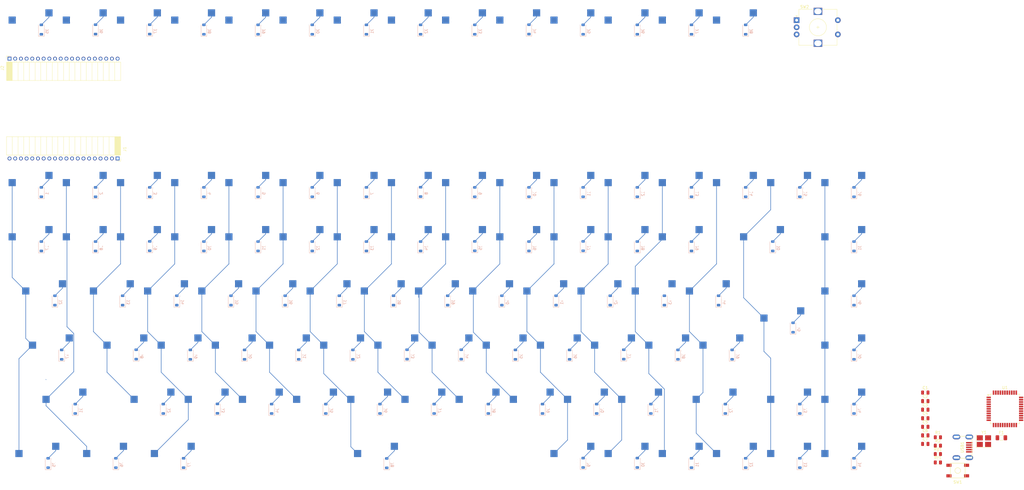
<source format=kicad_pcb>
(kicad_pcb (version 20240108) (generator "pcbnew") (generator_version "8.0")
  (layers (0 "F.Cu" signal) (31 "B.Cu" signal) (34 "B.Paste" user) (35 "F.Paste" user) (36 "B.SilkS" user "B.Silkscreen") (37 "F.SilkS" user "F.Silkscreen") (38 "B.Mask" user) (39 "F.Mask" user) (44 "Edge.Cuts" user))
  (net 0 "")
  (net 1 "GND")
  (net 2 "Net-(U1-UCAP)")
  (net 3 "+5V")
  (net 4 "Net-(U1-XTAL1)")
  (net 5 "Net-(U1-XTAL2)")
  (net 6 "Row 1")
  (net 7 "Net-(D1-A)")
  (net 8 "Net-(D2-A)")
  (net 9 "Net-(D3-A)")
  (net 10 "Net-(D4-A)")
  (net 11 "Net-(D5-A)")
  (net 12 "Net-(D6-A)")
  (net 13 "Net-(D7-A)")
  (net 14 "Net-(D8-A)")
  (net 15 "Net-(D9-A)")
  (net 16 "Net-(D10-A)")
  (net 17 "Net-(D11-A)")
  (net 18 "Net-(D12-A)")
  (net 19 "Net-(D13-A)")
  (net 20 "Net-(D14-A)")
  (net 21 "Net-(D15-A)")
  (net 22 "Net-(D16-A)")
  (net 23 "Row 2")
  (net 24 "Net-(D17-A)")
  (net 25 "Net-(D18-A)")
  (net 26 "Net-(D19-A)")
  (net 27 "Net-(D20-A)")
  (net 28 "Net-(D21-A)")
  (net 29 "Net-(D22-A)")
  (net 30 "Net-(D23-A)")
  (net 31 "Net-(D24-A)")
  (net 32 "Net-(D25-A)")
  (net 33 "Net-(D26-A)")
  (net 34 "Net-(D27-A)")
  (net 35 "Net-(D28-A)")
  (net 36 "Net-(D29-A)")
  (net 37 "Net-(D30-A)")
  (net 38 "Net-(D31-A)")
  (net 39 "Net-(D32-A)")
  (net 40 "Row 3")
  (net 41 "Net-(D33-A)")
  (net 42 "Net-(D34-A)")
  (net 43 "Net-(D35-A)")
  (net 44 "Net-(D36-A)")
  (net 45 "Net-(D37-A)")
  (net 46 "Net-(D38-A)")
  (net 47 "Net-(D39-A)")
  (net 48 "Net-(D40-A)")
  (net 49 "Net-(D41-A)")
  (net 50 "Net-(D42-A)")
  (net 51 "Net-(D43-A)")
  (net 52 "Net-(D44-A)")
  (net 53 "Net-(D45-A)")
  (net 54 "Net-(D46-A)")
  (net 55 "Row 4")
  (net 56 "Net-(D47-A)")
  (net 57 "Net-(D48-A)")
  (net 58 "Net-(D49-A)")
  (net 59 "Net-(D50-A)")
  (net 60 "Net-(D51-A)")
  (net 61 "Net-(D52-A)")
  (net 62 "Net-(D53-A)")
  (net 63 "Net-(D54-A)")
  (net 64 "Net-(D55-A)")
  (net 65 "Net-(D56-A)")
  (net 66 "Net-(D57-A)")
  (net 67 "Net-(D58-A)")
  (net 68 "Net-(D59-A)")
  (net 69 "Net-(D60-A)")
  (net 70 "Row 5")
  (net 71 "Net-(D61-A)")
  (net 72 "Net-(D62-A)")
  (net 73 "Net-(D63-A)")
  (net 74 "Net-(D64-A)")
  (net 75 "Net-(D65-A)")
  (net 76 "Net-(D66-A)")
  (net 77 "Net-(D67-A)")
  (net 78 "Net-(D68-A)")
  (net 79 "Net-(D69-A)")
  (net 80 "Net-(D70-A)")
  (net 81 "Net-(D71-A)")
  (net 82 "Net-(D72-A)")
  (net 83 "Net-(D73-A)")
  (net 84 "Net-(D74-A)")
  (net 85 "Row 6")
  (net 86 "Net-(D75-A)")
  (net 87 "Net-(D76-A)")
  (net 88 "Net-(D77-A)")
  (net 89 "Net-(D78-A)")
  (net 90 "Net-(D79-A)")
  (net 91 "Net-(D80-A)")
  (net 92 "Net-(D81-A)")
  (net 93 "Net-(D82-A)")
  (net 94 "Net-(D83-A)")
  (net 95 "Net-(D84-A)")
  (net 96 "Net-(D85-K)")
  (net 97 "Net-(D85-A)")
  (net 98 "Net-(D86-A)")
  (net 99 "Net-(D87-A)")
  (net 100 "Net-(D88-A)")
  (net 101 "Net-(D89-A)")
  (net 102 "Net-(D90-A)")
  (net 103 "Net-(D91-A)")
  (net 104 "Net-(D92-A)")
  (net 105 "Net-(D93-A)")
  (net 106 "Net-(D94-A)")
  (net 107 "Net-(D95-A)")
  (net 108 "Net-(D96-A)")
  (net 109 "Net-(D97-A)")
  (net 110 "Net-(D98-A)")
  (net 111 "VCC")
  (net 112 "Net-(J1-Pin_17)")
  (net 113 "Net-(J1-Pin_14)")
  (net 114 "RE A")
  (net 115 "RE S2")
  (net 116 "Col 7")
  (net 117 "Col 11")
  (net 118 "Col 9")
  (net 119 "Col 12")
  (net 120 "Net-(J1-Pin_19)")
  (net 121 "Col 2")
  (net 122 "Col 10")
  (net 123 "Col 4")
  (net 124 "RE S1")
  (net 125 "Row 0")
  (net 126 "RE C")
  (net 127 "Col 8")
  (net 128 "Col 13")
  (net 129 "RE B")
  (net 130 "Col 5")
  (net 131 "Net-(J2-Pin_3)")
  (net 132 "Net-(J2-Pin_18)")
  (net 133 "Net-(J2-Pin_10)")
  (net 134 "Net-(J2-Pin_12)")
  (net 135 "Net-(J2-Pin_17)")
  (net 136 "Net-(J2-Pin_5)")
  (net 137 "Net-(J2-Pin_20)")
  (net 138 "Net-(J2-Pin_16)")
  (net 139 "Net-(J2-Pin_6)")
  (net 140 "Net-(J2-Pin_19)")
  (net 141 "Net-(J1-Pin_20)")
  (net 142 "Net-(J2-Pin_13)")
  (net 143 "Net-(J2-Pin_1)")
  (net 144 "Net-(J2-Pin_2)")
  (net 145 "Net-(J2-Pin_4)")
  (net 146 "Net-(J2-Pin_11)")
  (net 147 "Net-(J2-Pin_9)")
  (net 148 "Net-(J2-Pin_15)")
  (net 149 "Col 14")
  (net 150 "Col 15")
  (net 151 "D+")
  (net 152 "Net-(U1-D+)")
  (net 153 "Net-(U1-D-)")
  (net 154 "D-")
  (net 155 "Net-(U1-~{HWB}{slash}PE2)")
  (net 156 "Net-(U1-~{RESET})")
  (net 185 "Net-(J2-Pin_8)")
  (net 186 "Net-(J2-Pin_7)")
  (footprint "MX_Only:MXOnly-1U-Hotswap" (layer "F.Cu") (at 257.175 104.775)
    (property "Reference" "MX12")
    (property "Value" "MX-NoLED")
  )
  (footprint "MX_Only:MXOnly-1U-Hotswap" (layer "F.Cu") (at 123.825 47.625)
    (property "Reference" "MX89")
    (property "Value" "MX-NoLED")
  )
  (footprint "MX_Only:MXOnly-1U-Hotswap" (layer "F.Cu") (at 238.125 123.825)
    (property "Reference" "MX27")
    (property "Value" "MX-NoLED")
  )
  (footprint "MX_Only:MXOnly-1U-Hotswap" (layer "F.Cu") (at 80.9625 161.925)
    (property "Reference" "MX48")
    (property "Value" "MX-NoLED")
  )
  (footprint "Package_QFP:TQFP-44_10x10mm_P0.8mm" (layer "F.Cu") (at 389.5875 181.775)
    (property "Reference" "U1")
    (property "Value" "ATmega32U4-A")
  )
  (footprint "MX_Only:MXOnly-1U-Hotswap" (layer "F.Cu") (at 47.625 47.625)
    (property "Reference" "MX85")
    (property "Value" "MX-NoLED")
  )
  (footprint "Resistor_SMD:R_0805_2012Metric" (layer "F.Cu") (at 366.0175 197.675)
    (property "Reference" "Rd1")
    (property "Value" "10kΩ")
  )
  (footprint "MX_Only:MXOnly-1U-Hotswap" (layer "F.Cu") (at 209.55 142.875)
    (property "Reference" "MX40")
    (property "Value" "MX-NoLED")
  )
  (footprint "MX_Only:MXOnly-1U-Hotswap" (layer "F.Cu") (at 104.775 104.775)
    (property "Reference" "MX4")
    (property "Value" "MX-NoLED")
  )
  (footprint "MX_Only:MXOnly-1U-Hotswap" (layer "F.Cu") (at 242.8875 180.975)
    (property "Reference" "MX70")
    (property "Value" "MX-NoLED")
  )
  (footprint "MX_Only:MXOnly-1U-Hotswap" (layer "F.Cu") (at 295.275 47.625)
    (property "Reference" "MX98")
    (property "Value" "MX-NoLED")
  )
  (footprint "MX_Only:MXOnly-1U-Hotswap" (layer "F.Cu") (at 66.675 47.625)
    (property "Reference" "MX86")
    (property "Value" "MX-NoLED")
  )
  (footprint "Capacitor_SMD:C_0805_2012Metric" (layer "F.Cu") (at 361.5875 188.095)
    (property "Reference" "C5")
    (property "Value" "0.1uF")
  )
  (footprint "MX_Only:MXOnly-1U-Hotswap" (layer "F.Cu") (at 176.2125 161.925)
    (property "Reference" "MX53")
    (property "Value" "MX-NoLED")
  )
  (footprint "MX_Only:MXOnly-1U-Hotswap" (layer "F.Cu") (at 157.1625 161.925)
    (property "Reference" "MX52")
    (property "Value" "MX-NoLED")
  )
  (footprint "MX_Only:MXOnly-1U-Hotswap" (layer "F.Cu") (at 200.025 104.775)
    (property "Reference" "MX9")
    (property "Value" "MX-NoLED")
  )
  (footprint "MX_Only:MXOnly-1U-Hotswap" (layer "F.Cu") (at 285.75 142.875)
    (property "Reference" "MX44")
    (property "Value" "MX-NoLED")
  )
  (footprint "MX_Only:MXOnly-1U-Hotswap" (layer "F.Cu") (at 133.35 142.875)
    (property "Reference" "MX36")
    (property "Value" "MX-NoLED")
  )
  (footprint "MX_Only:MXOnly-1U-Hotswap" (layer "F.Cu") (at 314.325 104.775)
    (property "Reference" "MX15")
    (property "Value" "MX-NoLED")
  )
  (footprint "Capacitor_SMD:C_0805_2012Metric" (layer "F.Cu") (at 361.5875 179.065)
    (property "Reference" "C2")
    (property "Value" "0.1uF")
  )
  (footprint "MX_Only:MXOnly-1U-Hotswap" (layer "F.Cu") (at 257.175 47.625)
    (property "Reference" "MX96")
    (property "Value" "MX-NoLED")
  )
  (footprint "MX_Only:MXOnly-1U-Hotswap" (layer "F.Cu") (at 228.6 142.875)
    (property "Reference" "MX41")
    (property "Value" "MX-NoLED")
  )
  (footprint "MX_Only:MXOnly-1U-Hotswap" (layer "F.Cu") (at 85.725 123.825)
    (property "Reference" "MX19")
    (property "Value" "MX-NoLED")
  )
  (footprint "MX_Only:MXOnly-1.25U-Hotswap" (layer "F.Cu") (at 50.00625 200.025)
    (property "Reference" "MX75")
    (property "Value" "MX-NoLED")
  )
  (footprint "MX_Only:MXOnly-1U-Hotswap" (layer "F.Cu") (at 161.925 123.825)
    (property "Reference" "MX23")
    (property "Value" "MX-NoLED")
  )
  (footprint "MX_Only:MXOnly-1U-Hotswap" (layer "F.Cu") (at 190.5 142.875)
    (property "Reference" "MX39")
    (property "Value" "MX-NoLED")
  )
  (footprint "MX_Only:MXOnly-1U-Hotswap" (layer "F.Cu") (at 142.875 123.825)
    (property "Reference" "MX22")
    (property "Value" "MX-NoLED")
  )
  (footprint "MX_Only:MXOnly-1U-Hotswap" (layer "F.Cu") (at 276.225 123.825)
    (property "Reference" "MX29")
    (property "Value" "MX-NoLED")
  )
  (footprint "MX_Only:MXOnly-1U-Hotswap" (layer "F.Cu") (at 100.0125 161.925)
    (property "Reference" "MX49")
    (property "Value" "MX-NoLED")
  )
  (footprint "MX_Only:MXOnly-1.25U-Hotswap" (layer "F.Cu") (at 97.63125 200.025)
    (property "Reference" "MX77")
    (property "Value" "MX-NoLED")
  )
  (footprint "MX_Only:MXOnly-1U-Hotswap" (layer "F.Cu") (at 114.3 142.875)
    (property "Reference" "MX35")
    (property "Value" "MX-NoLED")
  )
  (footprint "MX_Only:MXOnly-1U-Hotswap" (layer "F.Cu") (at 66.675 104.775)
    (property "Reference" "MX2")
    (property "Value" "MX-NoLED")
  )
  (footprint "MX_Only:MXOnly-1U-Hotswap" (layer "F.Cu") (at 247.65 142.875)
    (property "Reference" "MX42")
    (property "Value" "MX-NoLED")
  )
  (footprint "Fuse:Fuse_1206_3216Metric" (layer "F.Cu") (at 388.3475 191.945)
    (property "Reference" "F1")
    (property "Value" "500mA")
  )
  (footprint "MX_Only:MXOnly-1U-Hotswap" (layer "F.Cu") (at 219.075 123.825)
    (property "Reference" "MX26")
    (property "Value" "MX-NoLED")
  )
  (footprint "MX_Only:MXOnly-1U-Hotswap" (layer "F.Cu") (at 128.5875 180.975)
    (property "Reference" "MX64")
    (property "Value" "MX-NoLED")
  )
  (footprint "Capacitor_SMD:C_0805_2012Metric" (layer "F.Cu") (at 361.5875 194.115)
    (property "Reference" "C7")
    (property "Value" "22pF")
  )
  (footprint "MX_Only:MXOnly-1U-Hotswap" (layer "F.Cu") (at 85.725 104.775)
    (property "Reference" "MX3")
    (property "Value" "MX-NoLED")
  )
  (footprint "MX_Only:MXOnly-1U-Hotswap" (layer "F.Cu") (at 214.3125 161.925)
    (property "Reference" "MX55")
    (property "Value" "MX-NoLED")
  )
  (footprint "MX_Only:MXOnly-1U-Hotswap" (layer "F.Cu") (at 204.7875 180.975)
    (property "Reference" "MX68")
    (property "Value" "MX-NoLED")
  )
  (footprint "Resistor_SMD:R_0805_2012Metric" (layer "F.Cu") (at 366.0175 200.625)
    (property "Reference" "Rr1")
    (property "Value" "10kΩ")
  )
  (footprint "MX_Only:MXOnly-1U-Hotswap" (layer "F.Cu") (at 180.975 104.775)
    (property "Reference" "MX8")
    (property "Value" "MX-NoLED")
  )
  (footprint "MX_Only:MXOnly-1U-Hotswap" (layer "F.Cu") (at 142.875 104.775)
    (property "Reference" "MX6")
    (property "Value" "MX-NoLED")
  )
  (footprint "MX_Only:MXOnly-1U-Hotswap" (layer "F.Cu") (at 123.825 123.825)
    (property "Reference" "MX21")
    (property "Value" "MX-NoLED")
  )
  (footprint "MX_Only:MXOnly-1U-Hotswap" (layer "F.Cu") (at 219.075 104.775)
    (property "Reference" "MX10")
    (property "Value" "MX-NoLED")
  )
  (footprint "MX_Only:MXOnly-1U-Hotswap" (layer "F.Cu") (at 276.225 200.025)
    (property "Reference" "MX81")
    (property "Value" "MX-NoLED")
  )
  (footprint "MX_Only:MXOnly-1U-Hotswap" (layer "F.Cu") (at 257.175 200.025)
    (property "Reference" "MX80")
    (property "Value" "MX-NoLED")
  )
  (footprint "MX_Only:MXOnly-1U-Hotswap" (layer "F.Cu") (at 195.2625 161.925)
    (property "Reference" "MX54")
    (property "Value" "MX-NoLED")
  )
  (footprint "random-keyboard-parts:SKQG-1155865" (layer "F.Cu") (at 372.9975 203.475)
    (property "Reference" "SW1")
    (property "Value" "SW_Push")
  )
  (footprint "MX_Only:MXOnly-1U-Hotswap" (layer "F.Cu") (at 138.1125 161.925)
    (property "Reference" "MX51")
    (property "Value" "MX-NoLED")
  )
  (footprint "MX_Only:MXOnly-1.75U-Hotswap" (layer "F.Cu") (at 54.76875 161.925)
    (property "Reference" "MX47")
    (property "Value" "MX-NoLED")
  )
  (footprint "MX_Only:MXOnly-1U-Hotswap" (layer "F.Cu") (at 180.975 47.625)
    (property "Reference" "MX92")
    (property "Value" "MX-NoLED")
  )
  (footprint "MX_Only:MXOnly-1U-Hotswap" (layer "F.Cu") (at 333.375 161.925)
    (property "Reference" "MX60")
    (property "Value" "MX-NoLED")
  )
  (footprint "MX_Only:MXOnly-1.25U-Hotswap" (layer "F.Cu") (at 73.81875 200.025)
    (property "Reference" "MX76")
    (property "Value" "MX-NoLED")
  )
  (footprint "MX_Only:MXOnly-1U-Hotswap" (layer "F.Cu") (at 95.25 142.875)
    (property "Reference" "MX34")
    (property "Value" "MX-NoLED")
  )
  (footprint "MX_Only:MXOnly-1.5U-Hotswap" (layer "F.Cu") (at 52.3875 142.875)
    (property "Reference" "MX32")
    (property "Value" "MX-NoLED")
  )
  (footprint "MX_Only:MXOnly-1U-Hotswap" (layer "F.Cu") (at 76.2 142.875)
    (property "Reference" "MX33")
    (property "Value" "MX-NoLED")
  )
  (footprint "Resistor_SMD:R_0805_2012Metric" (layer "F.Cu") (at 366.0175 194.725)
    (property "Reference" "R2")
    (property "Value" "22Ω")
  )
  (footprint "MX_Only:MXOnly-1U-Hotswap" (layer "F.Cu") (at 219.075 47.625)
    (property "Reference" "MX94")
    (property "Value" "MX-NoLED")
  )
  (footprint "MX_Only:MXOnly-1U-Hotswap" (layer "F.Cu") (at 271.4625 161.925)
    (property "Reference" "MX58")
    (property "Value" "MX-NoLED")
  )
  (footprint "MX_Only:MXOnly-1U-Hotswap" (layer "F.Cu") (at 295.275 104.775)
    (property "Reference" "MX14")
    (property "Value" "MX-NoLED")
  )
  (footprint "MX_Only:MXOnly-1U-Hotswap" (layer "F.Cu") (at 252.4125 161.925)
    (property "Reference" "MX57")
    (property "Value" "MX-NoLED")
  )
  (footprint "MX_Only:MXOnly-1U-Hotswap" (layer "F.Cu") (at 314.325 200.025)
    (property "Reference" "MX83")
    (property "Value" "MX-NoLED")
  )
  (footprint "MX_Only:MXOnly-1U-Hotswap" (layer "F.Cu") (at 152.4 142.875)
    (property "Reference" "MX37")
    (property "Value" "MX-NoLED")
  )
  (footprint "MX_Only:MXOnly-1U-Hotswap" (layer "F.Cu") (at 66.675 123.825)
    (property "Reference" "MX18")
    (property "Value" "MX-NoLED")
  )
  (footprint "MX_Only:MXOnly-1U-Hotswap" (layer "F.Cu") (at 233.3625 161.925)
    (property "Reference" "MX56")
    (property "Value" "MX-NoLED")
  )
  (footprint "MX_Only:MXOnly-1U-Hotswap" (layer "F.Cu") (at 109.5375 180.975)
    (property "Reference" "MX63")
    (property "Value" "MX-NoLED")
  )
  (footprint "MX_Only:MXOnly-1U-Hotswap" (layer "F.Cu") (at 147.6375 180.975)
    (property "Reference" "MX65")
    (property "Value" "MX-NoLED")
  )
  (footprint "MX_Only:MXOnly-1U-Hotswap" (layer "F.Cu") (at 161.925 104.775)
    (property "Reference" "MX7")
    (property "Value" "MX-NoLED")
  )
  (footprint "Rotary_Encoder:RotaryEncoder_Alps_EC12E-Switch_Vertical_H20mm" (layer "F.Cu") (at 316.35 45.125)
    (property "Reference" "SW2")
    (property "Value" "RotaryEncoder_Switch")
  )
  (footprint "MX_Only:MXOnly-1U-Hotswap" (layer "F.Cu") (at 333.375 200.025)
    (property "Reference" "MX84")
    (property "Value" "MX-NoLED")
  )
  (footprint "MX_Only:MXOnly-1U-Hotswap" (layer "F.Cu") (at 200.025 47.625)
    (property "Reference" "MX93")
    (property "Value" "MX-NoLED")
  )
  (footprint "MX_Only:MXOnly-1U-Hotswap" (layer "F.Cu") (at 276.225 104.775)
    (property "Reference" "MX13")
    (property "Value" "MX-NoLED")
  )
  (footprint "MX_Only:MXOnly-1U-Hotswap" (layer "F.Cu") (at 295.275 200.025)
    (property "Reference" "MX82")
    (property "Value" "MX-NoLED")
  )
  (footprint "Capacitor_SMD:C_0805_2012Metric" (layer "F.Cu") (at 361.5875 176.055)
    (property "Reference" "C1")
    (property "Value" "1uF")
  )
  (footprint "Capacitor_SMD:C_0805_2012Metric" (layer "F.Cu") (at 361.5875 185.085)
    (property "Reference" "C4")
    (property "Value" "1.0uF")
  )
  (footprint "MX_Only:MXOnly-1U-Hotswap" (layer "F.Cu") (at 238.125 104.775)
    (property "Reference" "MX11")
    (property "Value" "MX-NoLED")
  )
  (footprint "MX_Only:MXOnly-1U-Hotswap" (layer "F.Cu") (at 90.4875 180.975)
    (property "Reference" "MX62")
    (property "Value" "MX-NoLED")
  )
  (footprint "MX_Only:MXOnly-ISO-Hotswap" (layer "F.Cu") (at 311.94375 152.4)
    (property "Reference" "MX45")
    (property "Value" "MX-NoLED")
  )
  (footprint "MX_Only:MXOnly-1U-Hotswap" (layer "F.Cu") (at 333.375 104.775)
    (property "Reference" "MX16")
    (property "Value" "MX-NoLED")
  )
  (footprint "MX_Only:MXOnly-1U-Hotswap" (layer "F.Cu") (at 261.9375 180.975)
    (property "Reference" "MX71")
    (property "Value" "MX-NoLED")
  )
  (footprint "MX_Only:MXOnly-1U-Hotswap" (layer "F.Cu") (at 123.825 104.775)
    (property "Reference" "MX5")
    (property "Value" "MX-NoLED")
  )
  (footprint "MX_Only:MXOnly-6.25U-Hotswap" (layer "F.Cu") (at 169.06875 200.025)
    (property "Reference" "MX78")
    (property "Value" "MX-NoLED")
  )
  (footprint "MX_Only:MXOnly-1U-Hotswap" (layer "F.Cu") (at 104.775 123.825)
    (property "Reference" "MX20")
    (property "Value" "MX-NoLED")
  )
  (footprint "MX_Only:MXOnly-1U-Hotswap" (layer "F.Cu") (at 104.775 47.625)
    (property "Reference" "MX88")
    (property "Value" "MX-NoLED")
  )
  (footprint "MX_Only:MXOnly-1U-Hotswap" (layer "F.Cu") (at 223.8375 180.975)
    (property "Reference" "MX69")
    (property "Value" "MX-NoLED")
  )
  (footprint "MX_Only:MXOnly-1U-Hotswap" (layer "F.Cu") (at 257.175 123.825)
    (property "Reference" "MX28")
    (property "Value" "MX-NoLED")
  )
  (footprint "MX_Only:MXOnly-1U-Hotswap" (layer "F.Cu") (at 185.7375 180.975)
    (property "Reference" "MX67")
    (property "Value" "MX-NoLED")
  )
  (footprint "MX_Only:MXOnly-1U-Hotswap" (layer "F.Cu") (at 180.975 123.825)
    (property "Reference" "MX24")
    (property "Value" "MX-NoLED")
  )
  (footprint "MX_Only:MXOnly-1U-Hotswap" (layer "F.Cu") (at 333.375 123.825)
    (property "Reference" "MX31")
    (property "Value" "MX-NoLED")
  )
  (footprint "MX_Only:MXOnly-1U-Hotswap" (layer "F.Cu") (at 166.6875 180.975)
    (property "Reference" "MX66")
    (property "Value" "MX-NoLED")
  )
  (footprint "MX_Only:MXOnly-1U-Hotswap" (layer "F.Cu") (at 47.625 123.825)
    (property "Reference" "MX17")
    (property "Value" "MX-NoLED")
  )
  (footprint "MX_Only:MXOnly-1U-Hotswap" (layer "F.Cu") (at 314.325 180.975)
    (property "Reference" "MX73")
    (property "Value" "MX-NoLED")
  )
  (footprint "Connector_PinSocket_2.00mm:PinSocket_1x20_P2.00mm_Horizontal" (layer "F.Cu") (at 77.6 93.75 -90)
    (property "Reference" "J1")
    (property "Value" "Conn_01x20")
  )
  (footprint "Capacitor_SMD:C_0805_2012Metric" (layer "F.Cu") (at 361.5875 191.105)
    (property "Reference" "C6")
    (property "Value" "22pF")
  )
  (footprint "MX_Only:MXOnly-1.75U-Hotswap" (layer "F.Cu") (at 288.13125 180.975)
    (property "Reference" "MX72")
    (property "Value" "MX-NoLED")
  )
  (footprint "MX_Only:MXOnly-1U-Hotswap" (layer "F.Cu") (at 200.025 123.825)
    (property "Reference" "MX25")
    (property "Value" "MX-NoLED")
  )
  (footprint "Crystal:Crystal_SMD_3225-4Pin_3.2x2.5mm_HandSoldering" (layer "F.Cu") (at 382.2175 193.125)
    (property "Reference" "Y1")
    (property "Value" "16MHz")
  )
  (footprint "MX_Only:MXOnly-1U-Hotswap" (layer "F.Cu") (at 85.725 47.625)
    (property "Reference" "MX87")
    (property "Value" "MX-NoLED")
  )
  (footprint "MX_Only:MXOnly-1U-Hotswap" (layer "F.Cu") (at 161.925 47.625)
    (property "Reference" "MX91")
    (property "Value" "MX-NoLED")
  )
  (footprint "MX_Only:MXOnly-1U-Hotswap" (layer "F.Cu") (at 238.125 47.625)
    (property "Reference" "MX95")
    (property "Value" "MX-NoLED")
  )
  (footprint "MX_Only:MXOnly-1U-Hotswap" (layer "F.Cu") (at 119.0625 161.925)
    (property "Reference" "MX50")
    (property "Value" "MX-NoLED")
  )
  (footprint "MX_Only:MXOnly-1U-Hotswap" (layer "F.Cu") (at 333.375 142.875)
    (property "Reference" "MX46")
    (property "Value" "MX-NoLED")
  )
  (footprint "MX_Only:MXOnly-1U-Hotswap" (layer "F.Cu") (at 171.45 142.875)
    (property "Reference" "MX38")
    (property "Value" "MX-NoLED")
  )
  (footprint "MX_Only:MXOnly-1U-Hotswap" (layer "F.Cu") (at 276.225 47.625)
    (property "Reference" "MX97")
    (property "Value" "MX-NoLED")
  )
  (footprint "Resistor_SMD:R_0805_2012Metric" (layer "F.Cu") (at 366.0175 191.775)
    (property "Reference" "R1")
    (property "Value" "22Ω")
  )
  (footprint "Capacitor_SMD:C_0805_2012Metric" (layer "F.Cu") (at 361.5875 182.075)
    (property "Reference" "C3")
    (property "Value" "0.1uF")
  )
  (footprint "MX_Only:MXOnly-1U-Hotswap" (layer "F.Cu") (at 142.875 47.625)
    (property "Reference" "MX90")
    (property "Value" "MX-NoLED")
  )
  (footprint "MX_Only:MXOnly-1U-Hotswap" (layer "F.Cu") (at 266.7 142.875)
    (property "Reference" "MX43")
    (property "Value" "MX-NoLED")
  )
  (footprint "MX_Only:MXOnly-1U-Hotswap" (layer "F.Cu") (at 290.5125 161.925)
    (property "Reference" "MX59")
    (property "Value" "MX-NoLED")
  )
  (footprint "MX_Only:MXOnly-1U-Hotswap" (layer "F.Cu") (at 238.125 200.025)
    (property "Reference" "MX79")
    (property "Value" "MX-NoLED")
  )
  (footprint "MX_Only:MXOnly-1U-Hotswap" (layer "F.Cu") (at 47.625 104.775)
    (property "Reference" "MX1")
    (property "Value" "MX-NoLED")
  )
  (footprint "Connector_PinSocket_2.00mm:PinSocket_1x20_P2.00mm_Horizontal" (layer "F.Cu") (at 39.6 58.65 90)
    (property "Reference" "J2")
    (property "Value" "Conn_01x20")
  )
  (footprint "MX_Only:MXOnly-2.25U-Hotswap" (layer "F.Cu") (at 59.53125 180.975)
    (property "Reference" "MX61")
    (property "Value" "MX-NoLED")
  )
  (footprint "MX_Only:MXOnly-2U-Hotswap" (layer "F.Cu") (at 304.8 123.825)
    (property "Reference" "MX30")
    (property "Value" "MX-NoLED")
  )
  (footprint "MX_Only:MXOnly-1U-Hotswap" (layer "F.Cu") (at 333.375 180.975)
    (property "Reference" "MX74")
    (property "Value" "MX-NoLED")
  )
  (footprint "random-keyboard-parts:Molex-0548190589" (layer "F.Cu") (at 372.5475 195.3)
    (property "Reference" "USB1")
    (property "Value" "Molex-0548190589")
  )
  (footprint "Diode_SMD:D_SOD-123" (layer "B.Cu") (at 55.559 143.6597 90)
    (property "Reference" "D32")
    (property "Value" "D_Small")
  )
  (footprint "Diode_SMD:D_SOD-123" (layer "B.Cu") (at 107.9432 48.4157 90)
    (property "Reference" "D88")
    (property "Value" "D_Small")
  )
  (footprint "Diode_SMD:D_SOD-123" (layer "B.Cu") (at 165.0896 124.6109 90)
    (property "Reference" "D23")
    (property "Value" "D_Small")
  )
  (footprint "Diode_SMD:D_SOD-123" (layer "B.Cu") (at 93.6566 181.7573 90)
    (property "Reference" "D62")
    (property "Value" "D_Small")
  )
  (footprint "Diode_SMD:D_SOD-123" (layer "B.Cu") (at 122.2298 162.7085 90)
    (property "Reference" "D50")
    (property "Value" "D_Small")
  )
  (footprint "Diode_SMD:D_SOD-123" (layer "B.Cu") (at 265.0958 181.7573 90)
    (property "Reference" "D71")
    (property "Value" "D_Small")
  )
  (footprint "Diode_SMD:D_SOD-123" (layer "B.Cu") (at 146.0408 48.4157 90)
    (property "Reference" "D90")
    (property "Value" "D_Small")
  )
  (footprint "Diode_SMD:D_SOD-123" (layer "B.Cu") (at 203.1872 124.5483 90)
    (property "Reference" "D25")
    (property "Value" "D_Small")
  )
  (footprint "Diode_SMD:D_SOD-123" (layer "B.Cu") (at 131.7542 181.7573 90)
    (property "Reference" "D64")
    (property "Value" "D_Small")
  )
  (footprint "Diode_SMD:D_SOD-123" (layer "B.Cu") (at 241.2848 48.4157 90)
    (property "Reference" "D95")
    (property "Value" "D_Small")
  )
  (footprint "Diode_SMD:D_SOD-123" (layer "B.Cu") (at 231.7604 143.6597 90)
    (property "Reference" "D41")
    (property "Value" "D_Small")
  )
  (footprint "Diode_SMD:D_SOD-123" (layer "B.Cu") (at 203.1872 48.4157 90)
    (property "Reference" "D93")
    (property "Value" "D_Small")
  )
  (footprint "Diode_SMD:D_SOD-123" (layer "B.Cu") (at 255.5714 162.6459 90)
    (property "Reference" "D57")
    (property "Value" "D_Small")
  )
  (footprint "Diode_SMD:D_SOD-123" (layer "B.Cu") (at 126.992 124.6109 90)
    (property "Reference" "D21")
    (property "Value" "D_Small")
  )
  (footprint "Diode_SMD:D_SOD-123" (layer "B.Cu") (at 79.37 143.6597 90)
    (property "Reference" "D33")
    (property "Value" "D_Small")
  )
  (footprint "Diode_SMD:D_SOD-123" (layer "B.Cu") (at 88.8944 124.5483 90)
    (property "Reference" "D19")
    (property "Value" "D_Small")
  )
  (footprint "Diode_SMD:D_SOD-123" (layer "B.Cu") (at 100.7999 200.8061 90)
    (property "Reference" "D77")
    (property "Value" "D_Small")
  )
  (footprint "Diode_SMD:D_SOD-123" (layer "B.Cu") (at 293.669 162.7085 90)
    (property "Reference" "D59")
    (property "Value" "D_Small")
  )
  (footprint "Diode_SMD:D_SOD-123" (layer "B.Cu") (at 336.5288 143.6597 90)
    (property "Reference" "D46")
    (property "Value" "D_Small")
  )
  (footprint "Diode_SMD:D_SOD-123" (layer "B.Cu") (at 279.3824 48.4157 90)
    (property "Reference" "D97")
    (property "Value" "D_Small")
  )
  (footprint "Diode_SMD:D_SOD-123" (layer "B.Cu") (at 222.236 105.5621 90)
    (property "Reference" "D10")
    (property "Value" "D_Small")
  )
  (footprint "Diode_SMD:D_SOD-123" (layer "B.Cu") (at 336.5288 200.8061 90)
    (property "Reference" "D84")
    (property "Value" "D_Small")
  )
  (footprint "Diode_SMD:D_SOD-123" (layer "B.Cu") (at 126.992 48.4157 90)
    (property "Reference" "D89")
    (property "Value" "D_Small")
  )
  (footprint "Diode_SMD:D_SOD-123" (layer "B.Cu") (at 317.48 105.5621 90)
    (property "Reference" "D15")
    (property "Value" "D_Small")
  )
  (footprint "Diode_SMD:D_SOD-123" (layer "B.Cu") (at 317.48 181.7573 90)
    (property "Reference" "D73")
    (property "Value" "D_Small")
  )
  (footprint "Diode_SMD:D_SOD-123" (layer "B.Cu") (at 62.7023 181.7573 90)
    (property "Reference" "D61")
    (property "Value" "D_Small")
  )
  (footprint "Diode_SMD:D_SOD-123" (layer "B.Cu") (at 184.1384 48.4157 90)
    (property "Reference" "D92")
    (property "Value" "D_Small")
  )
  (footprint "Diode_SMD:D_SOD-123" (layer "B.Cu") (at 212.7116 143.6597 90)
    (property "Reference" "D40")
    (property "Value" "D_Small")
  )
  (footprint "Diode_SMD:D_SOD-123" (layer "B.Cu") (at 198.425 162.6459 90)
    (property "Reference" "D54")
    (property "Value" "D_Small")
  )
  (footprint "Diode_SMD:D_SOD-123" (layer "B.Cu") (at 291.2879 181.7573 90)
    (property "Reference" "D72")
    (property "Value" "D_Small")
  )
  (footprint "Diode_SMD:D_SOD-123" (layer "B.Cu") (at 193.6628 143.6597 90)
    (property "Reference" "D39")
    (property "Value" "D_Small")
  )
  (footprint "Diode_SMD:D_SOD-123" (layer "B.Cu") (at 165.0896 105.5621 90)
    (property "Reference" "D7")
    (property "Value" "D_Small")
  )
  (footprint "Diode_SMD:D_SOD-123" (layer "B.Cu") (at 126.992 105.5621 90)
    (property "Reference" "D5")
    (property "Value" "D_Small")
  )
  (footprint "Diode_SMD:D_SOD-123" (layer "B.Cu") (at 260.3336 200.7435 90)
    (property "Reference" "D80")
    (property "Value" "D_Small")
  )
  (footprint "Diode_SMD:D_SOD-123" (layer "B.Cu") (at 112.7054 181.6947 90)
    (property "Reference" "D63")
    (property "Value" "D_Small")
  )
  (footprint "Diode_SMD:D_SOD-123" (layer "B.Cu") (at 279.3824 200.8061 90)
    (property "Reference" "D81")
    (property "Value" "D_Small")
  )
  (footprint "Diode_SMD:D_SOD-123" (layer "B.Cu") (at 222.236 48.3531 90)
    (property "Reference" "D94")
    (property "Value" "D_Small")
  )
  (footprint "Diode_SMD:D_SOD-123" (layer "B.Cu") (at 69.8456 48.3531 90)
    (property "Reference" "D86")
    (property "Value" "D_Small")
  )
  (footprint "Diode_SMD:D_SOD-123" (layer "B.Cu") (at 217.4738 162.7085 90)
    (property "Reference" "D55")
    (property "Value" "D_Small")
  )
  (footprint "Diode_SMD:D_SOD-123" (layer "B.Cu") (at 76.9889 200.8061 90)
    (property "Reference" "D76")
    (property "Value" "D_Small")
  )
  (footprint "Diode_SMD:D_SOD-123" (layer "B.Cu") (at 241.2848 105.5621 90)
    (property "Reference" "D11")
    (property "Value" "D_Small")
  )
  (footprint "Diode_SMD:D_SOD-123" (layer "B.Cu") (at 307.9556 124.6109 90)
    (property "Reference" "D30")
    (property "Value" "D_Small")
  )
  (footprint "Diode_SMD:D_SOD-123" (layer "B.Cu") (at 69.8456 105.5621 90)
    (property "Reference" "D2")
    (property "Value" "D_Small")
  )
  (footprint "Diode_SMD:D_SOD-123" (layer "B.Cu") (at 107.9432 124.6109 90)
    (property "Reference" "D20")
    (property "Value" "D_Small")
  )
  (footprint "Diode_SMD:D_SOD-123" (layer "B.Cu") (at 336.5288 181.7573 90)
    (property "Reference" "D74")
    (property "Value" "D_Small")
  )
  (footprint "Diode_SMD:D_SOD-123" (layer "B.Cu") (at 98.4188 143.6597 90)
    (property "Reference" "D34")
    (property "Value" "D_Small")
  )
  (footprint "Diode_SMD:D_SOD-123" (layer "B.Cu") (at 298.4312 48.4157 90)
    (property "Reference" "D98")
    (property "Value" "D_Small")
  )
  (footprint "Diode_SMD:D_SOD-123" (layer "B.Cu") (at 250.8092 143.6597 90)
    (property "Reference" "D42")
    (property "Value" "D_Small")
  )
  (footprint "Diode_SMD:D_SOD-123" (layer "B.Cu") (at 188.9006 181.7573 90)
    (property "Reference" "D67")
    (property "Value" "D_Small")
  )
  (footprint "Diode_SMD:D_SOD-123" (layer "B.Cu") (at 336.5288 162.7085 90)
    (property "Reference" "D60")
    (property "Value" "D_Small")
  )
  (footprint "Diode_SMD:D_SOD-123" (layer "B.Cu") (at 136.5164 143.6597 90)
    (property "Reference" "D36")
    (property "Value" "D_Small")
  )
  (footprint "Diode_SMD:D_SOD-123" (layer "B.Cu") (at 260.3336 105.5621 90)
    (property "Reference" "D12")
    (property "Value" "D_Small")
  )
  (footprint "Diode_SMD:D_SOD-123" (layer "B.Cu") (at 146.0408 124.6109 90)
    (property "Reference" "D22")
    (property "Value" "D_Small")
  )
  (footprint "Diode_SMD:D_SOD-123" (layer "B.Cu") (at 336.5288 105.5621 90)
    (property "Reference" "D16")
    (property "Value" "D_Small")
  )
  (footprint "Diode_SMD:D_SOD-123" (layer "B.Cu") (at 179.3762 162.6459 90)
    (property "Reference" "D53")
    (property "Value" "D_Small")
  )
  (footprint "Diode_SMD:D_SOD-123" (layer "B.Cu") (at 260.3336 48.4157 90)
    (property "Reference" "D96")
    (property "Value" "D_Small")
  )
  (footprint "Diode_SMD:D_SOD-123" (layer "B.Cu") (at 269.858 143.6597 90)
    (property "Reference" "D43")
    (property "Value" "D_Small")
  )
  (footprint "Diode_SMD:D_SOD-123" (layer "B.Cu") (at 336.5288 124.6109 90)
    (property "Reference" "D31")
    (property "Value" "D_Small")
  )
  (footprint "Diode_SMD:D_SOD-123" (layer "B.Cu") (at 246.047 181.7573 90)
    (property "Reference" "D70")
    (property "Value" "D_Small")
  )
  (footprint "Diode_SMD:D_SOD-123" (layer "B.Cu") (at 236.5226 162.7085 90)
    (property "Reference" "D56")
    (property "Value" "D_Small")
  )
  (footprint "Diode_SMD:D_SOD-123" (layer "B.Cu") (at 317.48 200.8061 90)
    (property "Reference" "D83")
    (property "Value" "D_Small")
  )
  (footprint "Diode_SMD:D_SOD-123" (layer "B.Cu") (at 203.1872 105.5621 90)
    (property "Reference" "D9")
    (property "Value" "D_Small")
  )
  (footprint "Diode_SMD:D_SOD-123" (layer "B.Cu") (at 279.3824 124.6109 90)
    (property "Reference" "D29")
    (property "Value" "D_Small")
  )
  (footprint "Diode_SMD:D_SOD-123" (layer "B.Cu") (at 172.2329 200.8687 90)
    (property "Reference" "D78")
    (property "Value" "D_Small")
  )
  (footprint "Diode_SMD:D_SOD-123" (layer "B.Cu") (at 50.7968 124.6109 90)
    (property "Reference" "D17")
    (property "Value" "D_Small")
  )
  (footprint "Diode_SMD:D_SOD-123" (layer "B.Cu") (at 169.8518 181.7573 90)
    (property "Reference" "D66")
    (property "Value" "D_Small")
  )
  (footprint "Diode_SMD:D_SOD-123" (layer "B.Cu") (at 88.8944 105.5621 90)
    (property "Reference" "D3")
    (property "Value" "D_Small")
  )
  (footprint "Diode_SMD:D_SOD-123" (layer "B.Cu") (at 103.181 162.7085 90)
    (property "Reference" "D49")
    (property "Value" "D_Small")
  )
  (footprint "Diode_SMD:D_SOD-123" (layer "B.Cu") (at 184.1384 124.6109 90)
    (property "Reference" "D24")
    (property "Value" "D_Small")
  )
  (footprint "Diode_SMD:D_SOD-123" (layer "B.Cu") (at 315.0989 153.1841 90)
    (property "Reference" "D45")
    (property "Value" "D_Small")
  )
  (footprint "Diode_SMD:D_SOD-123" (layer "B.Cu") (at 53.1779 200.8061 90)
    (property "Reference" "D75")
    (property "Value" "D_Small")
  )
  (footprint "Diode_SMD:D_SOD-123" (layer "B.Cu") (at 274.6202 162.7085 90)
    (property "Reference" "D58")
    (property "Value" "D_Small")
  )
  (footprint "Diode_SMD:D_SOD-123" (layer "B.Cu") (at 50.7968 48.4157 90)
    (property "Reference" "D85")
    (property "Value" "D_Small")
  )
  (footprint "Diode_SMD:D_SOD-123" (layer "B.Cu") (at 141.2786 162.7085 90)
    (property "Reference" "D51")
    (property "Value" "D_Small")
  )
  (footprint "Diode_SMD:D_SOD-123" (layer "B.Cu") (at 222.236 124.6109 90)
    (property "Reference" "D26")
    (property "Value" "D_Small")
  )
  (footprint "Diode_SMD:D_SOD-123" (layer "B.Cu") (at 57.9401 162.7085 90)
    (property "Reference" "D47")
    (property "Value" "D_Small")
  )
  (footprint "Diode_SMD:D_SOD-123" (layer "B.Cu") (at 160.3274 162.7085 90)
    (property "Reference" "D52")
    (property "Value" "D_Small")
  )
  (footprint "Diode_SMD:D_SOD-123" (layer "B.Cu") (at 50.7968 105.5621 90)
    (property "Reference" "D1")
    (property "Value" "D_Small")
  )
  (footprint "Diode_SMD:D_SOD-123" (layer "B.Cu") (at 84.1322 162.6459 90)
    (property "Reference" "D48")
    (property "Value" "D_Small")
  )
  (footprint "Diode_SMD:D_SOD-123" (layer "B.Cu") (at 174.614 143.6597 90)
    (property "Reference" "D38")
    (property "Value" "D_Small")
  )
  (footprint "Diode_SMD:D_SOD-123" (layer "B.Cu") (at 165.0896 48.4157 90)
    (property "Reference" "D91")
    (property "Value" "D_Small")
  )
  (footprint "Diode_SMD:D_SOD-123" (layer "B.Cu") (at 117.4676 143.6597 90)
    (property "Reference" "D35")
    (property "Value" "D_Small")
  )
  (footprint "Diode_SMD:D_SOD-123" (layer "B.Cu") (at 150.803 181.7573 90)
    (property "Reference" "D65")
    (property "Value" "D_Small")
  )
  (footprint "Diode_SMD:D_SOD-123" (layer "B.Cu") (at 155.5652 143.6597 90)
    (property "Reference" "D37")
    (property "Value" "D_Small")
  )
  (footprint "Diode_SMD:D_SOD-123" (layer "B.Cu") (at 298.4312 105.5621 90)
    (property "Reference" "D14")
    (property "Value" "D_Small")
  )
  (footprint "Diode_SMD:D_SOD-123" (layer "B.Cu") (at 184.1384 105.4995 90)
    (property "Reference" "D8")
    (property "Value" "D_Small")
  )
  (footprint "Diode_SMD:D_SOD-123" (layer "B.Cu") (at 241.2848 124.5483 90)
    (property "Reference" "D27")
    (property "Value" "D_Small")
  )
  (footprint "Diode_SMD:D_SOD-123" (layer "B.Cu") (at 226.9982 181.7573 90)
    (property "Reference" "D69")
    (property "Value" "D_Small")
  )
  (footprint "Diode_SMD:D_SOD-123" (layer "B.Cu") (at 279.3824 105.5621 90)
    (property "Reference" "D13")
    (property "Value" "D_Small")
  )
  (footprint "Diode_SMD:D_SOD-123" (layer "B.Cu") (at 69.8456 124.6109 90)
    (property "Reference" "D18")
    (property "Value" "D_Small")
  )
  (footprint "Diode_SMD:D_SOD-123" (layer "B.Cu") (at 146.0408 105.5621 90)
    (property "Reference" "D6")
    (property "Value" "D_Small")
  )
  (footprint "Diode_SMD:D_SOD-123" (layer "B.Cu") (at 207.9494 181.7573 90)
    (property "Reference" "D68")
    (property "Value" "D_Small")
  )
  (footprint "Diode_SMD:D_SOD-123" (layer "B.Cu") (at 288.9068 143.6597 90)
    (property "Reference" "D44")
    (property "Value" "D_Small")
  )
  (footprint "Diode_SMD:D_SOD-123" (layer "B.Cu") (at 241.2848 200.7435 90)
    (property "Reference" "D79")
    (property "Value" "D_Small")
  )
  (footprint "Diode_SMD:D_SOD-123" (layer "B.Cu") (at 107.9432 105.5621 90)
    (property "Reference" "D4")
    (property "Value" "D_Small")
  )
  (footprint "Diode_SMD:D_SOD-123" (layer "B.Cu") (at 88.8944 48.3531 90)
    (property "Reference" "D87")
    (property "Value" "D_Small")
  )
  (footprint "Diode_SMD:D_SOD-123" (layer "B.Cu") (at 298.4312 200.8061 90)
    (property "Reference" "D82")
    (property "Value" "D_Small")
  )
  (footprint "Diode_SMD:D_SOD-123" (layer "B.Cu") (at 260.3336 124.6109 90)
    (property "Reference" "D28")
    (property "Value" "D_Small")
  )
  (segment (start 53.467 101.2419) (end 50.7968 103.9121) (width 0.2) (layer "B.Cu") (net 7))
  (segment (start 53.467 99.695) (end 53.467 101.2419) (width 0.2) (layer "B.Cu") (net 7))
  (segment (start 72.517 99.695) (end 72.517 101.2407) (width 0.2) (layer "B.Cu") (net 8))
  (segment (start 72.517 101.2407) (end 69.8456 103.9121) (width 0.2) (layer "B.Cu") (net 8))
  (segment (start 91.567 99.695) (end 91.567 101.2395) (width 0.2) (layer "B.Cu") (net 9))
  (segment (start 91.567 101.2395) (end 88.8944 103.9121) (width 0.2) (layer "B.Cu") (net 9))
  (segment (start 110.617 101.2383) (end 107.9432 103.9121) (width 0.2) (layer "B.Cu") (net 10))
  (segment (start 110.617 99.695) (end 110.617 101.2383) (width 0.2) (layer "B.Cu") (net 10))
  (segment (start 129.667 101.2371) (end 126.992 103.9121) (width 0.2) (layer "B.Cu") (net 11))
  (segment (start 129.667 99.695) (end 129.667 101.2371) (width 0.2) (layer "B.Cu") (net 11))
  (segment (start 148.717 99.695) (end 148.717 101.2359) (width 0.2) (layer "B.Cu") (net 12))
  (segment (start 148.717 101.2359) (end 146.0408 103.9121) (width 0.2) (layer "B.Cu") (net 12))
  (segment (start 167.767 101.2347) (end 165.0896 103.9121) (width 0.2) (layer "B.Cu") (net 13))
  (segment (start 167.767 99.695) (end 167.767 101.2347) (width 0.2) (layer "B.Cu") (net 13))
  (segment (start 186.817 99.695) (end 186.817 101.1709) (width 0.2) (layer "B.Cu") (net 14))
  (segment (start 186.817 101.1709) (end 184.1384 103.8495) (width 0.2) (layer "B.Cu") (net 14))
  (segment (start 205.867 101.2323) (end 203.1872 103.9121) (width 0.2) (layer "B.Cu") (net 15))
  (segment (start 205.867 99.695) (end 205.867 101.2323) (width 0.2) (layer "B.Cu") (net 15))
  (segment (start 224.917 99.695) (end 224.917 101.2311) (width 0.2) (layer "B.Cu") (net 16))
  (segment (start 224.917 101.2311) (end 222.236 103.9121) (width 0.2) (layer "B.Cu") (net 16))
  (segment (start 243.967 99.695) (end 243.967 101.2299) (width 0.2) (layer "B.Cu") (net 17))
  (segment (start 243.967 101.2299) (end 241.2848 103.9121) (width 0.2) (layer "B.Cu") (net 17))
  (segment (start 263.017 101.2287) (end 260.3336 103.9121) (width 0.2) (layer "B.Cu") (net 18))
  (segment (start 263.017 99.695) (end 263.017 101.2287) (width 0.2) (layer "B.Cu") (net 18))
  (segment (start 282.067 101.2275) (end 279.3824 103.9121) (width 0.2) (layer "B.Cu") (net 19))
  (segment (start 282.067 99.695) (end 282.067 101.2275) (width 0.2) (layer "B.Cu") (net 19))
  (segment (start 301.117 101.2263) (end 298.4312 103.9121) (width 0.2) (layer "B.Cu") (net 20))
  (segment (start 301.117 99.695) (end 301.117 101.2263) (width 0.2) (layer "B.Cu") (net 20))
  (segment (start 320.167 99.695) (end 320.167 101.2251) (width 0.2) (layer "B.Cu") (net 21))
  (segment (start 320.167 101.2251) (end 317.48 103.9121) (width 0.2) (layer "B.Cu") (net 21))
  (segment (start 339.217 101.2239) (end 336.5288 103.9121) (width 0.2) (layer "B.Cu") (net 22))
  (segment (start 339.217 99.695) (end 339.217 101.2239) (width 0.2) (layer "B.Cu") (net 22))
  (segment (start 53.467 120.2907) (end 50.7968 122.9609) (width 0.2) (layer "B.Cu") (net 24))
  (segment (start 53.467 118.745) (end 53.467 120.2907) (width 0.2) (layer "B.Cu") (net 24))
  (segment (start 72.517 120.2895) (end 69.8456 122.9609) (width 0.2) (layer "B.Cu") (net 25))
  (segment (start 72.517 118.745) (end 72.517 120.2895) (width 0.2) (layer "B.Cu") (net 25))
  (segment (start 91.567 118.745) (end 91.567 120.2257) (width 0.2) (layer "B.Cu") (net 26))
  (segment (start 91.567 120.2257) (end 88.8944 122.8983) (width 0.2) (layer "B.Cu") (net 26))
  (segment (start 110.617 120.2871) (end 107.9432 122.9609) (width 0.2) (layer "B.Cu") (net 27))
  (segment (start 110.617 118.745) (end 110.617 120.2871) (width 0.2) (layer "B.Cu") (net 27))
  (segment (start 129.667 120.2859) (end 126.992 122.9609) (width 0.2) (layer "B.Cu") (net 28))
  (segment (start 129.667 118.745) (end 129.667 120.2859) (width 0.2) (layer "B.Cu") (net 28))
  (segment (start 148.717 118.745) (end 148.717 120.2847) (width 0.2) (layer "B.Cu") (net 29))
  (segment (start 148.717 120.2847) (end 146.0408 122.9609) (width 0.2) (layer "B.Cu") (net 29))
  (segment (start 167.767 118.745) (end 167.767 120.2835) (width 0.2) (layer "B.Cu") (net 30))
  (segment (start 167.767 120.2835) (end 165.0896 122.9609) (width 0.2) (layer "B.Cu") (net 30))
  (segment (start 186.817 120.2823) (end 184.1384 122.9609) (width 0.2) (layer "B.Cu") (net 31))
  (segment (start 186.817 118.745) (end 186.817 120.2823) (width 0.2) (layer "B.Cu") (net 31))
  (segment (start 205.867 120.2185) (end 203.1872 122.8983) (width 0.2) (layer "B.Cu") (net 32))
  (segment (start 205.867 118.745) (end 205.867 120.2185) (width 0.2) (layer "B.Cu") (net 32))
  (segment (start 224.917 120.2799) (end 222.236 122.9609) (width 0.2) (layer "B.Cu") (net 33))
  (segment (start 224.917 118.745) (end 224.917 120.2799) (width 0.2) (layer "B.Cu") (net 33))
  (segment (start 243.967 120.2161) (end 241.2848 122.8983) (width 0.2) (layer "B.Cu") (net 34))
  (segment (start 243.967 118.745) (end 243.967 120.2161) (width 0.2) (layer "B.Cu") (net 34))
  (segment (start 263.017 118.745) (end 263.017 120.2775) (width 0.2) (layer "B.Cu") (net 35))
  (segment (start 263.017 120.2775) (end 260.3336 122.9609) (width 0.2) (layer "B.Cu") (net 35))
  (segment (start 282.067 120.2763) (end 279.3824 122.9609) (width 0.2) (layer "B.Cu") (net 36))
  (segment (start 282.067 118.745) (end 282.067 120.2763) (width 0.2) (layer "B.Cu") (net 36))
  (segment (start 310.642 120.2745) (end 307.9556 122.9609) (width 0.2) (layer "B.Cu") (net 37))
  (segment (start 310.642 118.745) (end 310.642 120.2745) (width 0.2) (layer "B.Cu") (net 37))
  (segment (start 339.217 120.2727) (end 336.5288 122.9609) (width 0.2) (layer "B.Cu") (net 38))
  (segment (start 339.217 118.745) (end 339.217 120.2727) (width 0.2) (layer "B.Cu") (net 38))
  (segment (start 58.2295 139.3392) (end 55.559 142.0097) (width 0.2) (layer "B.Cu") (net 39))
  (segment (start 58.2295 137.795) (end 58.2295 139.3392) (width 0.2) (layer "B.Cu") (net 39))
  (segment (start 82.042 137.795) (end 82.042 139.3377) (width 0.2) (layer "B.Cu") (net 41))
  (segment (start 82.042 139.3377) (end 79.37 142.0097) (width 0.2) (layer "B.Cu") (net 41))
  (segment (start 101.092 139.3365) (end 98.4188 142.0097) (width 0.2) (layer "B.Cu") (net 42))
  (segment (start 101.092 137.795) (end 101.092 139.3365) (width 0.2) (layer "B.Cu") (net 42))
  (segment (start 120.142 137.795) (end 120.142 139.3353) (width 0.2) (layer "B.Cu") (net 43))
  (segment (start 120.142 139.3353) (end 117.4676 142.0097) (width 0.2) (layer "B.Cu") (net 43))
  (segment (start 139.192 139.3341) (end 136.5164 142.0097) (width 0.2) (layer "B.Cu") (net 44))
  (segment (start 139.192 137.795) (end 139.192 139.3341) (width 0.2) (layer "B.Cu") (net 44))
  (segment (start 158.242 139.3329) (end 155.5652 142.0097) (width 0.2) (layer "B.Cu") (net 45))
  (segment (start 158.242 137.795) (end 158.242 139.3329) (width 0.2) (layer "B.Cu") (net 45))
  (segment (start 177.292 139.3317) (end 174.614 142.0097) (width 0.2) (layer "B.Cu") (net 46))
  (segment (start 177.292 137.795) (end 177.292 139.3317) (width 0.2) (layer "B.Cu") (net 46))
  (segment (start 196.342 139.3305) (end 193.6628 142.0097) (width 0.2) (layer "B.Cu") (net 47))
  (segment (start 196.342 137.795) (end 196.342 139.3305) (width 0.2) (layer "B.Cu") (net 47))
  (segment (start 215.392 137.795) (end 215.392 139.3293) (width 0.2) (layer "B.Cu") (net 48))
  (segment (start 215.392 139.3293) (end 212.7116 142.0097) (width 0.2) (layer "B.Cu") (net 48))
  (segment (start 234.442 139.3281) (end 231.7604 142.0097) (width 0.2) (layer "B.Cu") (net 49))
  (segment (start 234.442 137.795) (end 234.442 139.3281) (width 0.2) (layer "B.Cu") (net 49))
  (segment (start 253.492 139.3269) (end 250.8092 142.0097) (width 0.2) (layer "B.Cu") (net 50))
  (segment (start 253.492 137.795) (end 253.492 139.3269) (width 0.2) (layer "B.Cu") (net 50))
  (segment (start 291.592 139.3245) (end 288.9068 142.0097) (width 0.2) (layer "B.Cu") (net 52))
  (segment (start 291.592 137.795) (end 291.592 139.3245) (width 0.2) (layer "B.Cu") (net 52))
  (segment (start 317.78575 147.32) (end 317.78575 148.84725) (width 0.2) (layer "B.Cu") (net 53))
  (segment (start 317.78575 148.84725) (end 315.0989 151.5341) (width 0.2) (layer "B.Cu") (net 53))
  (segment (start 339.217 139.3215) (end 336.5288 142.0097) (width 0.2) (layer "B.Cu") (net 54))
  (segment (start 339.217 137.795) (end 339.217 139.3215) (width 0.2) (layer "B.Cu") (net 54))
  (segment (start 60.61075 158.38785) (end 57.9401 161.0585) (width 0.2) (layer "B.Cu") (net 56))
  (segment (start 60.61075 156.845) (end 60.61075 158.38785) (width 0.2) (layer "B.Cu") (net 56))
  (segment (start 86.8045 156.845) (end 86.8045 158.3236) (width 0.2) (layer "B.Cu") (net 57))
  (segment (start 86.8045 158.3236) (end 84.1322 160.9959) (width 0.2) (layer "B.Cu") (net 57))
  (segment (start 105.8545 156.845) (end 105.8545 158.385) (width 0.2) (layer "B.Cu") (net 58))
  (segment (start 105.8545 158.385) (end 103.181 161.0585) (width 0.2) (layer "B.Cu") (net 58))
  (segment (start 124.9045 156.845) (end 124.9045 158.3838) (width 0.2) (layer "B.Cu") (net 59))
  (segment (start 124.9045 158.3838) (end 122.2298 161.0585) (width 0.2) (layer "B.Cu") (net 59))
  (segment (start 143.9545 156.845) (end 143.9545 158.3826) (width 0.2) (layer "B.Cu") (net 60))
  (segment (start 143.9545 158.3826) (end 141.2786 161.0585) (width 0.2) (layer "B.Cu") (net 60))
  (segment (start 163.0045 156.845) (end 163.0045 158.3814) (width 0.2) (layer "B.Cu") (net 61))
  (segment (start 163.0045 158.3814) (end 160.3274 161.0585) (width 0.2) (layer "B.Cu") (net 61))
  (segment (start 182.0545 156.845) (end 182.0545 158.3176) (width 0.2) (layer "B.Cu") (net 62))
  (segment (start 182.0545 158.3176) (end 179.3762 160.9959) (width 0.2) (layer "B.Cu") (net 62))
  (segment (start 201.1045 156.845) (end 201.1045 158.3164) (width 0.2) (layer "B.Cu") (net 63))
  (segment (start 201.1045 158.3164) (end 198.425 160.9959) (width 0.2) (layer "B.Cu") (net 63))
  (segment (start 220.1545 156.845) (end 220.1545 158.3778) (width 0.2) (layer "B.Cu") (net 64))
  (segment (start 220.1545 158.3778) (end 217.4738 161.0585) (width 0.2) (layer "B.Cu") (net 64))
  (segment (start 239.2045 158.3766) (end 236.5226 161.0585) (width 0.2) (layer "B.Cu") (net 65))
  (segment (start 239.2045 156.845) (end 239.2045 158.3766) (width 0.2) (layer "B.Cu") (net 65))
  (segment (start 258.2545 156.845) (end 258.2545 158.3128) (width 0.2) (layer "B.Cu") (net 66))
  (segment (start 258.2545 158.3128) (end 255.5714 160.9959) (width 0.2) (layer "B.Cu") (net 66))
  (segment (start 277.3045 156.845) (end 277.3045 158.3742) (width 0.2) (layer "B.Cu") (net 67))
  (segment (start 277.3045 158.3742) (end 274.6202 161.0585) (width 0.2) (layer "B.Cu") (net 67))
  (segment (start 296.3545 156.845) (end 296.3545 158.373) (width 0.2) (layer "B.Cu") (net 68))
  (segment (start 296.3545 158.373) (end 293.669 161.0585) (width 0.2) (layer "B.Cu") (net 68))
  (segment (start 339.217 158.3703) (end 336.5288 161.0585) (width 0.2) (layer "B.Cu") (net 69))
  (segment (start 339.217 156.845) (end 339.217 158.3703) (width 0.2) (layer "B.Cu") (net 69))
  (segment (start 65.37325 175.895) (end 65.37325 177.43635) (width 0.2) (layer "B.Cu") (net 71))
  (segment (start 65.37325 177.43635) (end 62.7023 180.1073) (width 0.2) (layer "B.Cu") (net 71))
  (segment (start 96.3295 177.4344) (end 93.6566 180.1073) (width 0.2) (layer "B.Cu") (net 72))
  (segment (start 96.3295 175.895) (end 96.3295 177.4344) (width 0.2) (layer "B.Cu") (net 72))
  (segment (start 115.3795 175.895) (end 115.3795 177.3706) (width 0.2) (layer "B.Cu") (net 73))
  (segment (start 115.3795 177.3706) (end 112.7054 180.0447) (width 0.2) (layer "B.Cu") (net 73))
  (segment (start 134.4295 177.432) (end 131.7542 180.1073) (width 0.2) (layer "B.Cu") (net 74))
  (segment (start 134.4295 175.895) (end 134.4295 177.432) (width 0.2) (layer "B.Cu") (net 74))
  (segment (start 153.4795 177.4308) (end 150.803 180.1073) (width 0.2) (layer "B.Cu") (net 75))
  (segment (start 153.4795 175.895) (end 153.4795 177.4308) (width 0.2) (layer "B.Cu") (net 75))
  (segment (start 172.5295 175.895) (end 172.5295 177.4296) (width 0.2) (layer "B.Cu") (net 76))
  (segment (start 172.5295 177.4296) (end 169.8518 180.1073) (width 0.2) (layer "B.Cu") (net 76))
  (segment (start 191.5795 177.4284) (end 188.9006 180.1073) (width 0.2) (layer "B.Cu") (net 77))
  (segment (start 191.5795 175.895) (end 191.5795 177.4284) (width 0.2) (layer "B.Cu") (net 77))
  (segment (start 210.6295 175.895) (end 210.6295 177.4272) (width 0.2) (layer "B.Cu") (net 78))
  (segment (start 210.6295 177.4272) (end 207.9494 180.1073) (width 0.2) (layer "B.Cu") (net 78))
  (segment (start 229.6795 175.895) (end 229.6795 177.426) (width 0.2) (layer "B.Cu") (net 79))
  (segment (start 229.6795 177.426) (end 226.9982 180.1073) (width 0.2) (layer "B.Cu") (net 79))
  (segment (start 248.7295 175.895) (end 248.7295 177.4248) (width 0.2) (layer "B.Cu") (net 80))
  (segment (start 248.7295 177.4248) (end 246.047 180.1073) (width 0.2) (layer "B.Cu") (net 80))
  (segment (start 267.7795 175.895) (end 267.7795 177.4236) (width 0.2) (layer "B.Cu") (net 81))
  (segment (start 267.7795 177.4236) (end 265.0958 180.1073) (width 0.2) (layer "B.Cu") (net 81))
  (segment (start 293.97325 175.895) (end 293.97325 177.42195) (width 0.2) (layer "B.Cu") (net 82))
  (segment (start 293.97325 177.42195) (end 291.2879 180.1073) (width 0.2) (layer "B.Cu") (net 82))
  (segment (start 320.167 175.895) (end 320.167 177.4203) (width 0.2) (layer "B.Cu") (net 83))
  (segment (start 320.167 177.4203) (end 317.48 180.1073) (width 0.2) (layer "B.Cu") (net 83))
  (segment (start 339.217 177.4191) (end 336.5288 180.1073) (width 0.2) (layer "B.Cu") (net 84))
  (segment (start 339.217 175.895) (end 339.217 177.4191) (width 0.2) (layer "B.Cu") (net 84))
  (segment (start 55.84825 194.945) (end 55.84825 196.48575) (width 0.2) (layer "B.Cu") (net 86))
  (segment (start 55.84825 196.48575) (end 53.1779 199.1561) (width 0.2) (layer "B.Cu") (net 86))
  (segment (start 79.66075 194.945) (end 79.66075 196.48425) (width 0.2) (layer "B.Cu") (net 87))
  (segment (start 79.66075 196.48425) (end 76.9889 199.1561) (width 0.2) (layer "B.Cu") (net 87))
  (segment (start 103.47325 194.945) (end 103.47325 196.48275) (width 0.2) (layer "B.Cu") (net 88))
  (segment (start 103.47325 196.48275) (end 100.7999 199.1561) (width 0.2) (layer "B.Cu") (net 88))
  (segment (start 174.91075 196.54085) (end 172.2329 199.2187) (width 0.2) (layer "B.Cu") (net 89))
  (segment (start 174.91075 194.945) (end 174.91075 196.54085) (width 0.2) (layer "B.Cu") (net 89))
  (segment (start 243.967 196.4113) (end 241.2848 199.0935) (width 0.2) (layer "B.Cu") (net 90))
  (segment (start 243.967 194.945) (end 243.967 196.4113) (width 0.2) (layer "B.Cu") (net 90))
  (segment (start 263.017 194.945) (end 263.017 196.4101) (width 0.2) (layer "B.Cu") (net 91))
  (segment (start 263.017 196.4101) (end 260.3336 199.0935) (width 0.2) (layer "B.Cu") (net 91))
  (segment (start 282.067 194.945) (end 282.067 196.4715) (width 0.2) (layer "B.Cu") (net 92))
  (segment (start 282.067 196.4715) (end 279.3824 199.1561) (width 0.2) (layer "B.Cu") (net 92))
  (segment (start 301.117 194.945) (end 301.117 196.4703) (width 0.2) (layer "B.Cu") (net 93))
  (segment (start 301.117 196.4703) (end 298.4312 199.1561) (width 0.2) (layer "B.Cu") (net 93))
  (segment (start 320.167 196.4691) (end 317.48 199.1561) (width 0.2) (layer "B.Cu") (net 94))
  (segment (start 320.167 194.945) (end 320.167 196.4691) (width 0.2) (layer "B.Cu") (net 94))
  (segment (start 339.217 196.4679) (end 336.5288 199.1561) (width 0.2) (layer "B.Cu") (net 95))
  (segment (start 339.217 194.945) (end 339.217 196.4679) (width 0.2) (layer "B.Cu") (net 95))
  (segment (start 53.467 44.0955) (end 50.7968 46.7657) (width 0.2) (layer "B.Cu") (net 97))
  (segment (start 53.467 42.545) (end 53.467 44.0955) (width 0.2) (layer "B.Cu") (net 97))
  (segment (start 72.517 42.545) (end 72.517 44.0317) (width 0.2) (layer "B.Cu") (net 98))
  (segment (start 72.517 44.0317) (end 69.8456 46.7031) (width 0.2) (layer "B.Cu") (net 98))
  (segment (start 91.567 44.0305) (end 88.8944 46.7031) (width 0.2) (layer "B.Cu") (net 99))
  (segment (start 91.567 42.545) (end 91.567 44.0305) (width 0.2) (layer "B.Cu") (net 99))
  (segment (start 110.617 42.545) (end 110.617 44.0919) (width 0.2) (layer "B.Cu") (net 100))
  (segment (start 110.617 44.0919) (end 107.9432 46.7657) (width 0.2) (layer "B.Cu") (net 100))
  (segment (start 129.667 42.545) (end 129.667 44.0907) (width 0.2) (layer "B.Cu") (net 101))
  (segment (start 129.667 44.0907) (end 126.992 46.7657) (width 0.2) (layer "B.Cu") (net 101))
  (segment (start 148.717 42.545) (end 148.717 44.0895) (width 0.2) (layer "B.Cu") (net 102))
  (segment (start 148.717 44.0895) (end 146.0408 46.7657) (width 0.2) (layer "B.Cu") (net 102))
  (segment (start 167.767 44.0883) (end 165.0896 46.7657) (width 0.2) (layer "B.Cu") (net 103))
  (segment (start 167.767 42.545) (end 167.767 44.0883) (width 0.2) (layer "B.Cu") (net 103))
  (segment (start 186.817 42.545) (end 186.817 44.0871) (width 0.2) (layer "B.Cu") (net 104))
  (segment (start 186.817 44.0871) (end 184.1384 46.7657) (width 0.2) (layer "B.Cu") (net 104))
  (segment (start 205.867 42.545) (end 205.867 44.0859) (width 0.2) (layer "B.Cu") (net 105))
  (segment (start 205.867 44.0859) (end 203.1872 46.7657) (width 0.2) (layer "B.Cu") (net 105))
  (segment (start 224.917 44.0221) (end 222.236 46.7031) (width 0.2) (layer "B.Cu") (net 106))
  (segment (start 224.917 42.545) (end 224.917 44.0221) (width 0.2) (layer "B.Cu") (net 106))
  (segment (start 243.967 42.545) (end 243.967 44.0835) (width 0.2) (layer "B.Cu") (net 107))
  (segment (start 243.967 44.0835) (end 241.2848 46.7657) (width 0.2) (layer "B.Cu") (net 107))
  (segment (start 263.017 44.0823) (end 260.3336 46.7657) (width 0.2) (layer "B.Cu") (net 108))
  (segment (start 263.017 42.545) (end 263.017 44.0823) (width 0.2) (layer "B.Cu") (net 108))
  (segment (start 282.067 44.0811) (end 279.3824 46.7657) (width 0.2) (layer "B.Cu") (net 109))
  (segment (start 282.067 42.545) (end 282.067 44.0811) (width 0.2) (layer "B.Cu") (net 109))
  (segment (start 301.117 44.0799) (end 298.4312 46.7657) (width 0.2) (layer "B.Cu") (net 110))
  (segment (start 301.117 42.545) (end 301.117 44.0799) (width 0.2) (layer "B.Cu") (net 110))
  (segment (start 97.69 130.81) (end 88.165 140.335) (width 0.2) (layer "B.Cu") (net 112))
  (segment (start 102.4525 178.435) (end 102.4525 185.57875) (width 0.2) (layer "B.Cu") (net 112))
  (segment (start 92.9275 168.91) (end 102.4525 178.435) (width 0.2) (layer "B.Cu") (net 112))
  (segment (start 97.69 121.285) (end 97.69 130.81) (width 0.2) (layer "B.Cu") (net 112))
  (segment (start 97.69 102.235) (end 97.69 121.285) (width 0.2) (layer "B.Cu") (net 112))
  (segment (start 102.4525 185.57875) (end 90.54625 197.485) (width 0.2) (layer "B.Cu") (net 112))
  (segment (start 88.165 154.6225) (end 92.9275 159.385) (width 0.2) (layer "B.Cu") (net 112))
  (segment (start 88.165 140.335) (end 88.165 154.6225) (width 0.2) (layer "B.Cu") (net 112))
  (segment (start 92.9275 159.385) (end 92.9275 168.91) (width 0.2) (layer "B.Cu") (net 112))
  (segment (start 145.315 154.6225) (end 150.0775 159.385) (width 0.2) (layer "B.Cu") (net 113))
  (segment (start 154.84 121.285) (end 154.84 130.81) (width 0.2) (layer "B.Cu") (net 113))
  (segment (start 159.6025 195.10375) (end 161.98375 197.485) (width 0.2) (layer "B.Cu") (net 113))
  (segment (start 159.1445 178.435) (end 159.6025 178.435) (width 0.2) (layer "B.Cu") (net 113))
  (segment (start 150.0775 169.368) (end 159.1445 178.435) (width 0.2) (layer "B.Cu") (net 113))
  (segment (start 154.84 130.81) (end 145.315 140.335) (width 0.2) (layer "B.Cu") (net 113))
  (segment (start 154.84 102.235) (end 154.84 121.285) (width 0.2) (layer "B.Cu") (net 113))
  (segment (start 150.0775 159.385) (end 150.0775 169.368) (width 0.2) (layer "B.Cu") (net 113))
  (segment (start 159.6025 178.435) (end 159.6025 195.10375) (width 0.2) (layer "B.Cu") (net 113))
  (segment (start 145.315 140.335) (end 145.315 154.6225) (width 0.2) (layer "B.Cu") (net 113))
  (segment (start 164.365 154.6225) (end 169.1275 159.385) (width 0.2) (layer "B.Cu") (net 116))
  (segment (start 173.89 130.81) (end 164.365 140.335) (width 0.2) (layer "B.Cu") (net 116))
  (segment (start 173.89 102.235) (end 173.89 121.285) (width 0.2) (layer "B.Cu") (net 116))
  (segment (start 169.1275 159.385) (end 169.1275 168.91) (width 0.2) (layer "B.Cu") (net 116))
  (segment (start 169.1275 168.91) (end 178.6525 178.435) (width 0.2) (layer "B.Cu") (net 116))
  (segment (start 164.365 140.335) (end 164.365 154.6225) (width 0.2) (layer "B.Cu") (net 116))
  (segment (start 173.89 121.285) (end 173.89 130.81) (width 0.2) (layer "B.Cu") (net 116))
  (segment (start 245.3275 159.385) (end 245.3275 168.91) (width 0.2) (layer "B.Cu") (net 117))
  (segment (start 250.09 102.235) (end 250.09 121.285) (width 0.2) (layer "B.Cu") (net 117))
  (segment (start 254.8525 178.435) (end 254.8525 192.7225) (width 0.2) (layer "B.Cu") (net 117))
  (segment (start 250.09 130.81) (end 240.565 140.335) (width 0.2) (layer "B.Cu") (net 117))
  (segment (start 245.3275 168.91) (end 254.8525 178.435) (width 0.2) (layer "B.Cu") (net 117))
  (segment (start 254.8525 192.7225) (end 250.09 197.485) (width 0.2) (layer "B.Cu") (net 117))
  (segment (start 250.09 121.285) (end 250.09 130.81) (width 0.2) (layer "B.Cu") (net 117))
  (segment (start 240.565 140.335) (end 240.565 154.6225) (width 0.2) (layer "B.Cu") (net 117))
  (segment (start 240.565 154.6225) (end 245.3275 159.385) (width 0.2) (layer "B.Cu") (net 117))
  (segment (start 207.2275 168.91) (end 216.7525 178.435) (width 0.2) (layer "B.Cu") (net 118))
  (segment (start 211.99 130.81) (end 202.465 140.335) (width 0.2) (layer "B.Cu") (net 118))
  (segment (start 207.2275 159.385) (end 207.2275 168.91) (width 0.2) (layer "B.Cu") (net 118))
  (segment (start 202.465 140.335) (end 202.6795 140.5495) (width 0.2) (layer "B.Cu") (net 118))
  (segment (start 202.6795 140.5495) (end 202.6795 154.837) (width 0.2) (layer "B.Cu") (net 118))
  (segment (start 202.6795 154.837) (end 207.2275 159.385) (width 0.2) (layer "B.Cu") (net 118))
  (segment (start 211.99 102.235) (end 211.99 121.285) (width 0.2) (layer "B.Cu") (net 118))
  (segment (start 211.99 121.285) (end 211.99 130.81) (width 0.2) (layer "B.Cu") (net 118))
  (segment (start 269.14 121.285) (end 269.14 122.1541) (width 0.2) (layer "B.Cu") (net 119))
  (segment (start 264.3775 159.385) (end 264.3775 169.368) (width 0.2) (layer "B.Cu") (net 119))
  (segment (start 269.858 196.767) (end 269.14 197.485) (width 0.2) (layer "B.Cu") (net 119))
  (segment (start 264.3775 169.368) (end 269.858 174.8485) (width 0.2) (layer "B.Cu") (net 119))
  (segment (start 259.615 154.6225) (end 264.3775 159.385) (width 0.2) (layer "B.Cu") (net 119))
  (segment (start 269.858 174.8485) (end 269.858 196.767) (width 0.2) (layer "B.Cu") (net 119))
  (segment (start 259.615 140.335) (end 259.615 154.6225) (width 0.2) (layer "B.Cu") (net 119))
  (segment (start 259.615 131.6791) (end 259.615 140.335) (width 0.2) (layer "B.Cu") (net 119))
  (segment (start 269.14 122.1541) (end 259.615 131.6791) (width 0.2) (layer "B.Cu") (net 119))
  (segment (start 269.14 102.235) (end 269.14 121.285) (width 0.2) (layer "B.Cu") (net 119))
  (segment (start 52.44625 178.435) (end 52.44625 180.702412) (width 0.2) (layer "B.Cu") (net 120))
  (segment (start 62.18575 155.295) (end 62.18575 168.6955) (width 0.2) (layer "B.Cu") (net 120))
  (segment (start 52.3842 171.4392) (end 52.44625 171.50125) (width 0.2) (layer "B.Cu") (net 120))
  (segment (start 59.59 121.285) (end 59.8045 121.4995) (width 0.2) (layer "B.Cu") (net 120))
  (segment (start 62.18575 168.6955) (end 52.44625 178.435) (width 0.2) (layer "B.Cu") (net 120))
  (segment (start 52.44625 180.702412) (end 66.73375 194.989912) (width 0.2) (layer "B.Cu") (net 120))
  (segment (start 59.8045 152.91375) (end 62.18575 155.295) (width 0.2) (layer "B.Cu") (net 120))
  (segment (start 66.73375 194.989912) (end 66.73375 197.485) (width 0.2) (layer "B.Cu") (net 120))
  (segment (start 59.8045 121.4995) (end 59.8045 152.91375) (width 0.2) (layer "B.Cu") (net 120))
  (segment (start 59.59 102.235) (end 59.59 121.285) (width 0.2) (layer "B.Cu") (net 120))
  (segment (start 78.64 102.235) (end 78.64 121.285) (width 0.2) (layer "B.Cu") (net 121))
  (segment (start 78.64 121.285) (end 78.64 130.81) (width 0.2) (layer "B.Cu") (net 121))
  (segment (start 69.115 140.335) (end 69.115 154.6225) (width 0.2) (layer "B.Cu") (net 121))
  (segment (start 69.115 154.6225) (end 73.8775 159.385) (width 0.2) (layer "B.Cu") (net 121))
  (segment (start 73.8775 168.91) (end 83.4025 178.435) (width 0.2) (layer "B.Cu") (net 121))
  (segment (start 78.64 130.81) (end 69.115 140.335) (width 0.2) (layer "B.Cu") (net 121))
  (segment (start 73.8775 159.385) (end 73.8775 168.91) (width 0.2) (layer "B.Cu") (net 121))
  (segment (start 235.8025 192.7225) (end 231.04 197.485) (width 0.2) (layer "B.Cu") (net 122))
  (segment (start 231.04 121.285) (end 231.04 130.81) (width 0.2) (layer "B.Cu") (net 122))
  (segment (start 221.515 154.6225) (end 226.2775 159.385) (width 0.2) (layer "B.Cu") (net 122))
  (segment (start 231.04 130.81) (end 221.515 140.335) (width 0.2) (layer "B.Cu") (net 122))
  (segment (start 221.515 140.335) (end 221.515 154.6225) (width 0.2) (layer "B.Cu") (net 122))
  (segment (start 226.2775 159.385) (end 226.2775 168.91) (width 0.2) (layer "B.Cu") (net 122))
  (segment (start 226.2775 168.91) (end 235.8025 178.435) (width 0.2) (layer "B.Cu") (net 122))
  (segment (start 231.04 102.235) (end 231.04 121.285) (width 0.2) (layer "B.Cu") (net 122))
  (segment (start 235.8025 178.435) (end 235.8025 192.7225) (width 0.2) (layer "B.Cu") (net 122))
  (segment (start 116.74 121.285) (end 116.74 130.81) (width 0.2) (layer "B.Cu") (net 123))
  (segment (start 107.215 154.6225) (end 111.9775 159.385) (width 0.2) (layer "B.Cu") (net 123))
  (segment (start 107.215 140.335) (end 107.215 154.6225) (width 0.2) (layer "B.Cu") (net 123))
  (segment (start 111.9775 168.91) (end 121.5025 178.435) (width 0.2) (layer "B.Cu") (net 123))
  (segment (start 116.74 102.235) (end 116.74 121.285) (width 0.2) (layer "B.Cu") (net 123))
  (segment (start 116.74 130.81) (end 107.215 140.335) (width 0.2) (layer "B.Cu") (net 123))
  (segment (start 111.9775 159.385) (end 111.9775 168.91) (width 0.2) (layer "B.Cu") (net 123))
  (segment (start 192.94 130.81) (end 183.415 140.335) (width 0.2) (layer "B.Cu") (net 127))
  (segment (start 188.1775 168.91) (end 197.7025 178.435) (width 0.2) (layer "B.Cu") (net 127))
  (segment (start 192.94 121.285) (end 192.94 130.81) (width 0.2) (layer "B.Cu") (net 127))
  (segment (start 188.1775 159.385) (end 188.1775 168.91) (width 0.2) (layer "B.Cu") (net 127))
  (segment (start 183.6295 140.5495) (end 183.6295 154.837) (width 0.2) (layer "B.Cu") (net 127))
  (segment (start 183.6295 154.837) (end 188.1775 159.385) (width 0.2) (layer "B.Cu") (net 127))
  (segment (start 192.94 102.235) (end 192.94 121.285) (width 0.2) (layer "B.Cu") (net 127))
  (segment (start 183.415 140.335) (end 183.6295 140.5495) (width 0.2) (layer "B.Cu") (net 127))
  (segment (start 183.415 140.335) (end 183.415 142.602412) (width 0.2) (layer "B.Cu") (net 127))
  (segment (start 288.19 102.235) (end 288.19 130.81) (width 0.2) (layer "B.Cu") (net 128))
  (segment (start 283.4275 176.05375) (end 281.04625 178.435) (width 0.2) (layer "B.Cu") (net 128))
  (segment (start 283.4275 159.385) (end 283.4275 176.05375) (width 0.2) (layer "B.Cu") (net 128))
  (segment (start 281.04625 178.435) (end 281.04625 190.34125) (width 0.2) (layer "B.Cu") (net 128))
  (segment (start 288.19 130.81) (end 278.665 140.335) (width 0.2) (layer "B.Cu") (net 128))
  (segment (start 278.665 140.335) (end 278.665 154.6225) (width 0.2) (layer "B.Cu") (net 128))
  (segment (start 278.665 154.6225) (end 283.4275 159.385) (width 0.2) (layer "B.Cu") (net 128))
  (segment (start 281.04625 190.34125) (end 288.19 197.485) (width 0.2) (layer "B.Cu") (net 128))
  (segment (start 126.265 154.6225) (end 131.0275 159.385) (width 0.2) (layer "B.Cu") (net 130))
  (segment (start 126.265 140.335) (end 126.265 154.6225) (width 0.2) (layer "B.Cu") (net 130))
  (segment (start 135.79 121.285) (end 135.79 130.81) (width 0.2) (layer "B.Cu") (net 130))
  (segment (start 131.0275 168.91) (end 140.5525 178.435) (width 0.2) (layer "B.Cu") (net 130))
  (segment (start 131.0275 159.385) (end 131.0275 168.91) (width 0.2) (layer "B.Cu") (net 130))
  (segment (start 135.79 130.81) (end 126.265 140.335) (width 0.2) (layer "B.Cu") (net 130))
  (segment (start 135.79 102.235) (end 135.79 121.285) (width 0.2) (layer "B.Cu") (net 130))
  (segment (start 40.54 102.235) (end 40.54 135.5725) (width 0.2) (layer "B.Cu") (net 141))
  (segment (start 47.68375 159.385) (end 42.92125 164.1475) (width 0.2) (layer "B.Cu") (net 141))
  (segment (start 45.3025 140.335) (end 45.3025 157.00375) (width 0.2) (layer "B.Cu") (net 141))
  (segment (start 42.92125 164.1475) (end 42.92125 197.485) (width 0.2) (layer "B.Cu") (net 141))
  (segment (start 40.54 135.5725) (end 45.3025 140.335) (width 0.2) (layer "B.Cu") (net 141))
  (segment (start 45.3025 157.00375) (end 47.68375 159.385) (width 0.2) (layer "B.Cu") (net 141))
  (segment (start 297.715 121.285) (end 297.715 142.71625) (width 0.2) (layer "B.Cu") (net 149))
  (segment (start 304.85875 161.587764) (end 307.24 163.969014) (width 0.2) (layer "B.Cu") (net 149))
  (segment (start 297.715 142.71625) (end 304.85875 149.86) (width 0.2) (layer "B.Cu") (net 149))
  (segment (start 304.85875 149.86) (end 304.85875 161.587764) (width 0.2) (layer "B.Cu") (net 149))
  (segment (start 307.24 111.76) (end 297.715 121.285) (width 0.2) (layer "B.Cu") (net 149))
  (segment (start 307.24 178.435) (end 307.24 197.485) (width 0.2) (layer "B.Cu") (net 149))
  (segment (start 307.24 102.235) (end 307.24 111.76) (width 0.2) (layer "B.Cu") (net 149))
  (segment (start 307.24 163.969014) (end 307.24 178.435) (width 0.2) (layer "B.Cu") (net 149))
  (segment (start 326.29 102.235) (end 326.29 197.485) (width 0.2) (layer "B.Cu") (net 150))
)
</source>
